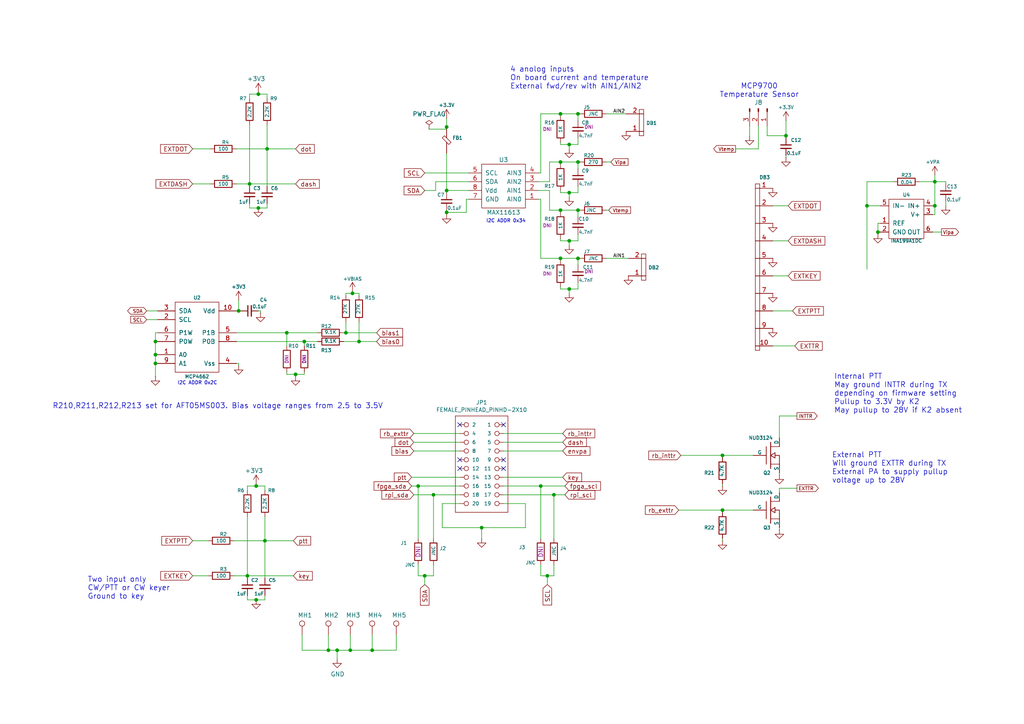
<source format=kicad_sch>
(kicad_sch (version 20250114) (generator "eeschema") (generator_version "9.0")
  (paper "A4")
  (title_block (title "Radioberry - amplifier") (date "2020-12-18") (rev "beta 1") (company "AppMind") (comment 1 "PA3GSB Johan Maas"))
  (lib_symbols
    (symbol "Connector:Conn_01x03_Pin" (pin_names (offset 1.016) (hide yes))
      (property "Reference" "J" (at 0 5.08 0))
      (property "Value" "Conn_01x03_Pin" (at 0 -5.08 0))
      (symbol "Conn_01x03_Pin_1_1"
        (pin passive line (at 5.08 2.54 180) (length 3.81) (name "Pin_1") (number "1"))
        (pin passive line (at 5.08 0 180) (length 3.81) (name "Pin_2") (number "2"))
        (pin passive line (at 5.08 -2.54 180) (length 3.81) (name "Pin_3") (number "3"))
      )
    )
    (symbol "Radioberry:PINHEAD_PINHD-2X10" (pin_numbers (hide yes)) (pin_names (offset 1.016))
      (property "Reference" "JP" (at -6.35 13.335 0))
      (property "Value" "PINHEAD_PINHD-2X10" (at -6.35 -17.78 0))
      (symbol "PINHEAD_PINHD-2X10_1_1"
        (pin passive inverted (at -5.08 10.16 0) (length 2.54) (name "1") (number "1"))
        (pin passive inverted (at -5.08 7.62 0) (length 2.54) (name "3") (number "3"))
        (pin passive inverted (at -5.08 5.08 0) (length 2.54) (name "5") (number "5"))
        (pin passive inverted (at -5.08 2.54 0) (length 2.54) (name "7") (number "7"))
        (pin passive inverted (at -5.08 0 0) (length 2.54) (name "9") (number "9"))
        (pin passive inverted (at -5.08 -2.54 0) (length 2.54) (name "11") (number "11"))
        (pin passive inverted (at -5.08 -5.08 0) (length 2.54) (name "13") (number "13"))
        (pin passive inverted (at -5.08 -7.62 0) (length 2.54) (name "15") (number "15"))
        (pin passive inverted (at -5.08 -10.16 0) (length 2.54) (name "17") (number "17"))
        (pin passive inverted (at -5.08 -12.7 0) (length 2.54) (name "19") (number "19"))
        (pin passive inverted (at 7.62 10.16 180) (length 2.54) (name "2") (number "2"))
        (pin passive inverted (at 7.62 7.62 180) (length 2.54) (name "4") (number "4"))
        (pin passive inverted (at 7.62 5.08 180) (length 2.54) (name "6") (number "6"))
        (pin passive inverted (at 7.62 2.54 180) (length 2.54) (name "8") (number "8"))
        (pin passive inverted (at 7.62 0 180) (length 2.54) (name "10") (number "10"))
        (pin passive inverted (at 7.62 -2.54 180) (length 2.54) (name "12") (number "12"))
        (pin passive inverted (at 7.62 -5.08 180) (length 2.54) (name "14") (number "14"))
        (pin passive inverted (at 7.62 -7.62 180) (length 2.54) (name "16") (number "16"))
        (pin passive inverted (at 7.62 -10.16 180) (length 2.54) (name "18") (number "18"))
        (pin passive inverted (at 7.62 -12.7 180) (length 2.54) (name "20") (number "20"))
      )
    )
    (symbol "hermeslite:+VBIAS" (power) (pin_names (offset 0))
      (property "Value" "+VBIAS" (at 0 3.556 0))
      (symbol "+VBIAS_1_1"
        (pin power_in line (at 0 0 90) (length 0) (hide yes) (name "+VBIAS") (number "1"))
      )
    )
    (symbol "hermeslite:+VPA" (power) (pin_names (offset 0))
      (property "Value" "+VPA" (at 0 3.556 0))
      (symbol "+VPA_1_1"
        (pin power_in line (at 0 0 90) (length 0) (hide yes) (name "+VPA") (number "1"))
      )
    )
    (symbol "hermeslite:C_Small" (pin_numbers (hide yes)) (pin_names (offset 0.254) (hide yes))
      (property "Reference" "C" (at 0.254 1.778 0))
      (property "Value" "C_Small" (at 0.254 -2.032 0))
      (symbol "C_Small_1_1"
        (pin passive line (at 0 2.54 270) (length 2.032) (name "~") (number "1"))
        (pin passive line (at 0 -2.54 90) (length 2.032) (name "~") (number "2"))
      )
    )
    (symbol "hermeslite:FB" (pin_numbers (hide yes)) (pin_names (offset 1.016))
      (property "Reference" "FB" (at 1.905 -1.27 0))
      (symbol "FB_1_1"
        (pin passive line (at -3.81 0 0) (length 3.1496) (name "~") (number "1"))
        (pin input line (at 3.81 0 180) (length 3.1496) (name "~") (number "2"))
      )
    )
    (symbol "hermeslite:GND" (power) (pin_names (offset 0))
      (property "Value" "GND" (at 0 -3.81 0))
      (symbol "GND_1_1"
        (pin power_in line (at 0 0 270) (length 0) (hide yes) (name "GND") (number "1"))
      )
    )
    (symbol "hermeslite:INA199x1" (pin_names (offset 1.016))
      (property "Reference" "U" (at 0 -6.35 0))
      (property "Value" "INA199x1" (at 0 -1.27 0))
      (symbol "INA199x1_1_1"
        (pin input line (at -7.62 9.525 0) (length 2.54) (name "IN+") (number "4"))
        (pin input line (at -7.62 6.985 0) (length 2.54) (name "V+") (number "3"))
        (pin input line (at -7.62 1.905 0) (length 2.54) (name "OUT") (number "6"))
        (pin input line (at 7.62 9.525 180) (length 2.54) (name "IN-") (number "5"))
        (pin input line (at 7.62 4.445 180) (length 2.54) (name "REF") (number "1"))
        (pin input line (at 7.62 1.905 180) (length 2.54) (name "GND") (number "2"))
      )
    )
    (symbol "hermeslite:IO10" (pin_names (offset 1.016))
      (property "Reference" "DB" (at -1.905 -15.24 0))
      (symbol "IO10_1_1"
        (pin input line (at 2.54 33.02 180) (length 5.08) (name "~") (number "1"))
        (pin input line (at 2.54 27.94 180) (length 5.08) (name "~") (number "2"))
        (pin input line (at 2.54 22.86 180) (length 5.08) (name "~") (number "3"))
        (pin input line (at 2.54 17.78 180) (length 5.08) (name "~") (number "4"))
        (pin input line (at 2.54 12.7 180) (length 5.08) (name "~") (number "5"))
        (pin input line (at 2.54 7.62 180) (length 5.08) (name "~") (number "6"))
        (pin input line (at 2.54 2.54 180) (length 5.08) (name "~") (number "7"))
        (pin input line (at 2.54 -2.54 180) (length 5.08) (name "~") (number "8"))
        (pin input line (at 2.54 -7.62 180) (length 5.08) (name "~") (number "9"))
        (pin input line (at 2.54 -12.7 180) (length 5.08) (name "~") (number "10"))
      )
    )
    (symbol "hermeslite:JNC" (pin_numbers (hide yes)) (pin_names (offset 0))
      (property "Reference" "J" (at 2.032 0 90))
      (property "Value" "JNC" (at 0 0 90))
      (symbol "JNC_1_1"
        (pin passive line (at 0 3.81 270) (length 1.27) (name "~") (number "2"))
        (pin passive line (at 0 -3.81 90) (length 1.27) (name "~") (number "1"))
      )
    )
    (symbol "hermeslite:MAX11613" (pin_names (offset 1.016))
      (property "Reference" "U" (at 0 -7.62 0))
      (symbol "MAX11613_1_1"
        (pin input line (at -10.16 3.81 0) (length 3.81) (name "AIN0") (number "1"))
        (pin power_in line (at -10.16 1.27 0) (length 3.81) (name "AIN1") (number "2"))
        (pin input line (at -10.16 -1.27 0) (length 3.81) (name "AIN2") (number "3"))
        (pin power_in line (at -10.16 -3.81 0) (length 3.81) (name "AIN3") (number "4"))
        (pin input line (at 10.16 3.81 180) (length 3.81) (name "GND") (number "7"))
        (pin power_out line (at 10.16 1.27 180) (length 3.81) (name "Vdd") (number "8"))
        (pin input line (at 10.16 -1.27 180) (length 3.81) (name "SDA") (number "6"))
        (pin input line (at 10.16 -3.81 180) (length 3.81) (name "SCL") (number "5"))
      )
    )
    (symbol "hermeslite:MCP4662" (pin_names (offset 1.016))
      (property "Reference" "U" (at 6.35 24.13 0))
      (property "Value" "MCP4662" (at 6.35 1.27 0))
      (symbol "MCP4662_1_1"
        (pin bidirectional line (at -5.08 20.32 0) (length 5.08) (name "SDA") (number "3"))
        (pin input line (at -5.08 17.78 0) (length 5.08) (name "SCL") (number "2"))
        (pin input line (at -5.08 13.97 0) (length 5.08) (name "P1W") (number "6"))
        (pin output line (at -5.08 11.43 0) (length 5.08) (name "P0W") (number "7"))
        (pin input line (at -5.08 7.62 0) (length 5.08) (name "A0") (number "1"))
        (pin input line (at -5.08 5.08 0) (length 5.08) (name "A1") (number "9"))
        (pin power_in line (at 17.78 20.32 180) (length 5.08) (name "Vdd") (number "10"))
        (pin input line (at 17.78 13.97 180) (length 5.08) (name "P1B") (number "5"))
        (pin input line (at 17.78 11.43 180) (length 5.08) (name "P0B") (number "8"))
        (pin power_in line (at 17.78 5.08 180) (length 5.08) (name "Vss") (number "4"))
      )
    )
    (symbol "hermeslite:MOSFET_N" (pin_numbers (hide yes)) (pin_names (offset 0))
      (property "Reference" "Q" (at 0.254 4.318 0))
      (property "Value" "MOSFET_N" (at 0.254 -3.81 0))
      (symbol "MOSFET_N_1_1"
        (pin input line (at -5.08 0 0) (length 3.81) (name "G") (number "1"))
        (pin passive line (at 2.54 5.08 270) (length 2.54) (name "D") (number "3"))
        (pin passive line (at 2.54 -5.08 90) (length 2.54) (name "S") (number "2"))
      )
    )
    (symbol "hermeslite:R" (pin_numbers (hide yes)) (pin_names (offset 0))
      (property "Reference" "R" (at 2.032 0 90))
      (property "Value" "R" (at 0 0 90))
      (symbol "R_1_1"
        (pin passive line (at 0 3.81 270) (length 1.27) (name "~") (number "1"))
        (pin passive line (at 0 -3.81 90) (length 1.27) (name "~") (number "2"))
      )
    )
    (symbol "hermeslite:RFD2b" (pin_names (offset 1.016))
      (property "Reference" "DB" (at -1.27 -5.08 0))
      (symbol "RFD2b_1_1"
        (pin input line (at 2.54 2.54 180) (length 5.08) (name "~") (number "1"))
        (pin input line (at 2.54 -2.54 180) (length 5.08) (name "~") (number "2"))
      )
    )
    (symbol "hermeslite:TEST_1P" (pin_numbers (hide yes)) (pin_names (offset 0.762) (hide yes))
      (property "Reference" "J" (at 0 6.858 0))
      (property "Value" "TEST_1P" (at 0 5.08 0))
      (symbol "TEST_1P_1_1"
        (pin passive line (at 0 0 90) (length 2.54) (name "1") (number "1"))
      )
    )
    (symbol "power:+3.3V" (power) (pin_numbers (hide yes)) (pin_names (offset 0) (hide yes))
      (property "Value" "+3.3V" (at 0 3.556 0))
      (symbol "+3.3V_1_1"
        (pin power_in line (at 0 0 90) (length 0) (name "~") (number "1"))
      )
    )
    (symbol "power:+3V3" (power) (pin_numbers (hide yes)) (pin_names (offset 0) (hide yes))
      (property "Value" "+3V3" (at 0 3.556 0))
      (symbol "+3V3_1_1"
        (pin power_in line (at 0 0 90) (length 0) (name "~") (number "1"))
      )
    )
    (symbol "power:GND" (power) (pin_numbers (hide yes)) (pin_names (offset 0) (hide yes))
      (property "Value" "GND" (at 0 -3.81 0))
      (symbol "GND_1_1"
        (pin power_in line (at 0 0 270) (length 0) (name "~") (number "1"))
      )
    )
    (symbol "power:PWR_FLAG" (power) (pin_numbers (hide yes)) (pin_names (offset 0) (hide yes))
      (property "Value" "PWR_FLAG" (at 0 3.81 0))
      (symbol "PWR_FLAG_0_0"
        (pin power_out line (at 0 0 90) (length 0) (name "~") (number "1"))
      )
    )
  )
  (text "MCP9700\nTemperature Sensor" (at 220.218 28.448 0) (effects (font (size 1.524 1.524)) (justify bottom)))
  (text "R210,R211,R212,R213 set for AFT05MS003. Bias voltage ranges from 2.5 to 3.5V\n" (at 15.24 118.745 0) (effects (font (size 1.524 1.524)) (justify left bottom)))
  (text "I2C ADDR 0x2C" (at 51.435 111.76 0) (effects (font (size 0.9906 0.9906)) (justify left bottom)))
  (text "Two input only\nCW/PTT or CW keyer\nGround to key" (at 25.4 173.99 0) (effects (font (size 1.524 1.524)) (justify left bottom)))
  (text "Internal PTT\nMay ground INTTR during TX\ndepending on firmware setting\nPullup to 3.3V by K2\nMay pullup to 28V if K2 absent" (at 241.935 120.015 0) (effects (font (size 1.524 1.524)) (justify left bottom)))
  (text "4 anolog inputs\nOn board current and temperature\nExternal fwd/rev with AIN1/AIN2" (at 147.955 26.035 0) (effects (font (size 1.524 1.524)) (justify left bottom)))
  (text "I2C ADDR 0x34" (at 140.97 64.77 0) (effects (font (size 0.9906 0.9906)) (justify left bottom)))
  (text "External PTT\nWill ground EXTTR during TX\nExternal PA to supply pullup\nvoltage up to 28V" (at 241.3 140.335 0) (effects (font (size 1.524 1.524)) (justify left bottom)))
  (junction (at 162.56 33.02))
  (junction (at 162.56 74.93))
  (junction (at 165.1 69.85))
  (junction (at 101.6 188.595))
  (junction (at 165.1 41.91))
  (junction (at 209.55 132.08))
  (junction (at 104.14 99.06))
  (junction (at 107.95 188.595))
  (junction (at 45.085 102.87))
  (junction (at 167.64 46.99))
  (junction (at 227.965 39.37))
  (junction (at 85.725 108.585))
  (junction (at 100.33 96.52))
  (junction (at 251.46 59.69))
  (junction (at 156.845 140.97))
  (junction (at 77.47 43.18))
  (junction (at 271.145 59.69))
  (junction (at 167.64 60.96))
  (junction (at 167.64 74.93))
  (junction (at 74.295 140.97))
  (junction (at 88.265 99.06))
  (junction (at 271.145 52.705))
  (junction (at 129.54 36.83))
  (junction (at 45.085 99.06))
  (junction (at 167.64 33.02))
  (junction (at 69.215 90.17))
  (junction (at 129.54 61.595))
  (junction (at 162.56 60.96))
  (junction (at 158.75 167.005))
  (junction (at 74.93 60.325))
  (junction (at 209.55 147.955))
  (junction (at 139.7 153.035))
  (junction (at 74.295 173.99))
  (junction (at 83.185 96.52))
  (junction (at 95.25 188.595))
  (junction (at 254.635 67.31))
  (junction (at 162.56 46.99))
  (junction (at 102.235 85.09))
  (junction (at 76.835 156.845))
  (junction (at 74.93 27.305))
  (junction (at 129.54 55.245))
  (junction (at 160.655 143.51))
  (junction (at 165.1 83.82))
  (junction (at 71.755 167.005))
  (junction (at 125.73 143.51))
  (junction (at 121.285 140.97))
  (junction (at 97.79 188.595))
  (junction (at 45.085 105.41))
  (junction (at 165.1 55.88))
  (junction (at 123.19 167.005))
  (junction (at 72.39 53.34))
  (no_connect (at 146.05 135.89))
  (no_connect (at 133.35 133.35))
  (no_connect (at 133.35 135.89))
  (no_connect (at 146.05 123.19))
  (no_connect (at 146.05 133.35))
  (no_connect (at 133.35 123.19))
  (wire (pts (xy 160.655 143.51) (xy 160.655 156.21)))
  (wire (pts (xy 45.72 99.06) (xy 45.085 99.06)))
  (wire (pts (xy 87.63 188.595) (xy 95.25 188.595)))
  (wire (pts (xy 74.295 140.335) (xy 74.295 140.97)))
  (wire (pts (xy 68.58 96.52) (xy 83.185 96.52)))
  (wire (pts (xy 146.05 143.51) (xy 160.655 143.51)))
  (wire (pts (xy 72.39 27.305) (xy 72.39 28.575)))
  (wire (pts (xy 95.25 184.15) (xy 95.25 188.595)))
  (wire (pts (xy 162.56 46.99) (xy 167.64 46.99)))
  (wire (pts (xy 139.7 153.035) (xy 128.27 153.035)))
  (wire (pts (xy 68.58 43.18) (xy 77.47 43.18)))
  (wire (pts (xy 152.4 153.035) (xy 139.7 153.035)))
  (wire (pts (xy 76.835 156.845) (xy 85.09 156.845)))
  (wire (pts (xy 121.285 140.97) (xy 119.38 140.97)))
  (wire (pts (xy 159.385 60.96) (xy 162.56 60.96)))
  (wire (pts (xy 67.945 156.845) (xy 76.835 156.845)))
  (wire (pts (xy 158.75 167.005) (xy 160.655 167.005)))
  (wire (pts (xy 104.14 99.06) (xy 109.22 99.06)))
  (wire (pts (xy 167.64 60.96) (xy 167.64 62.865)))
  (wire (pts (xy 162.56 69.85) (xy 165.1 69.85)))
  (wire (pts (xy 159.385 52.705) (xy 159.385 46.99)))
  (wire (pts (xy 124.46 37.465) (xy 129.54 37.465)))
  (wire (pts (xy 271.145 50.8) (xy 271.145 52.705)))
  (wire (pts (xy 72.39 36.195) (xy 72.39 53.34)))
  (wire (pts (xy 104.14 85.09) (xy 104.14 85.725)))
  (wire (pts (xy 74.295 140.97) (xy 76.835 140.97)))
  (wire (pts (xy 101.6 188.595) (xy 107.95 188.595)))
  (wire (pts (xy 156.845 140.97) (xy 156.845 156.21)))
  (wire (pts (xy 74.93 60.325) (xy 77.47 60.325)))
  (wire (pts (xy 129.54 60.96) (xy 129.54 61.595)))
  (wire (pts (xy 75.565 90.17) (xy 75.565 90.805)))
  (wire (pts (xy 156.21 55.245) (xy 159.385 55.245)))
  (wire (pts (xy 71.755 140.97) (xy 71.755 142.24)))
  (wire (pts (xy 77.47 43.18) (xy 77.47 53.975)))
  (wire (pts (xy 128.27 146.05) (xy 133.35 146.05)))
  (wire (pts (xy 146.05 140.97) (xy 156.845 140.97)))
  (wire (pts (xy 119.38 138.43) (xy 133.35 138.43)))
  (wire (pts (xy 114.935 188.595) (xy 114.935 184.15)))
  (wire (pts (xy 175.895 33.02) (xy 181.61 33.02)))
  (wire (pts (xy 45.72 102.87) (xy 45.085 102.87)))
  (wire (pts (xy 83.185 107.95) (xy 83.185 108.585)))
  (wire (pts (xy 72.39 53.34) (xy 72.39 53.975)))
  (wire (pts (xy 101.6 184.15) (xy 101.6 188.595)))
  (wire (pts (xy 162.56 33.02) (xy 167.64 33.02)))
  (wire (pts (xy 255.27 59.69) (xy 251.46 59.69)))
  (wire (pts (xy 77.47 27.305) (xy 77.47 28.575)))
  (wire (pts (xy 123.19 167.005) (xy 123.19 169.545)))
  (wire (pts (xy 72.39 59.055) (xy 72.39 60.325)))
  (wire (pts (xy 165.1 69.85) (xy 167.64 69.85)))
  (wire (pts (xy 162.56 83.82) (xy 165.1 83.82)))
  (wire (pts (xy 107.95 188.595) (xy 107.95 184.15)))
  (wire (pts (xy 146.05 125.73) (xy 163.195 125.73)))
  (wire (pts (xy 146.05 138.43) (xy 163.195 138.43)))
  (wire (pts (xy 271.145 52.705) (xy 274.32 52.705)))
  (wire (pts (xy 45.72 105.41) (xy 45.085 105.41)))
  (wire (pts (xy 167.64 33.02) (xy 168.275 33.02)))
  (wire (pts (xy 133.35 130.81) (xy 120.015 130.81)))
  (wire (pts (xy 88.265 108.585) (xy 88.265 107.95)))
  (wire (pts (xy 162.56 74.93) (xy 162.56 75.565)))
  (wire (pts (xy 160.655 167.005) (xy 160.655 163.83)))
  (wire (pts (xy 175.895 60.96) (xy 176.53 60.96)))
  (wire (pts (xy 271.145 52.705) (xy 271.145 59.69)))
  (wire (pts (xy 274.32 52.705) (xy 274.32 53.34)))
  (wire (pts (xy 125.73 167.005) (xy 125.73 163.83)))
  (wire (pts (xy 162.56 60.96) (xy 162.56 61.595)))
  (wire (pts (xy 100.33 93.345) (xy 100.33 96.52)))
  (wire (pts (xy 156.21 52.705) (xy 159.385 52.705)))
  (wire (pts (xy 45.085 96.52) (xy 45.085 99.06)))
  (wire (pts (xy 254.635 64.77) (xy 254.635 67.31)))
  (wire (pts (xy 45.085 105.41) (xy 45.085 109.22)))
  (wire (pts (xy 271.145 59.69) (xy 271.145 62.23)))
  (wire (pts (xy 224.155 59.69) (xy 228.6 59.69)))
  (wire (pts (xy 152.4 146.05) (xy 152.4 153.035)))
  (wire (pts (xy 209.55 148.59) (xy 209.55 147.955)))
  (wire (pts (xy 162.56 55.88) (xy 165.1 55.88)))
  (wire (pts (xy 251.46 52.705) (xy 251.46 59.69)))
  (wire (pts (xy 146.05 128.27) (xy 163.195 128.27)))
  (wire (pts (xy 271.145 62.23) (xy 270.51 62.23)))
  (wire (pts (xy 126.365 55.245) (xy 126.365 52.705)))
  (wire (pts (xy 156.845 50.165) (xy 156.845 33.02)))
  (wire (pts (xy 139.7 156.21) (xy 139.7 153.035)))
  (wire (pts (xy 107.95 188.595) (xy 114.935 188.595)))
  (wire (pts (xy 88.265 100.33) (xy 88.265 99.06)))
  (wire (pts (xy 129.54 55.245) (xy 129.54 55.88)))
  (wire (pts (xy 254.635 67.31) (xy 254.635 67.945)))
  (wire (pts (xy 45.72 90.17) (xy 42.545 90.17)))
  (wire (pts (xy 135.255 57.785) (xy 135.89 57.785)))
  (wire (pts (xy 162.56 69.215) (xy 162.56 69.85)))
  (wire (pts (xy 255.27 64.77) (xy 254.635 64.77)))
  (wire (pts (xy 213.36 43.18) (xy 219.964 43.18)))
  (wire (pts (xy 71.755 140.97) (xy 74.295 140.97)))
  (wire (pts (xy 222.504 36.576) (xy 222.504 39.37)))
  (wire (pts (xy 125.73 143.51) (xy 125.73 156.21)))
  (wire (pts (xy 120.015 125.73) (xy 133.35 125.73)))
  (wire (pts (xy 67.945 167.005) (xy 71.755 167.005)))
  (wire (pts (xy 156.845 140.97) (xy 163.83 140.97)))
  (wire (pts (xy 100.33 85.09) (xy 102.235 85.09)))
  (wire (pts (xy 209.55 156.21) (xy 209.55 156.845)))
  (wire (pts (xy 45.085 102.87) (xy 45.085 105.41)))
  (wire (pts (xy 74.295 173.99) (xy 76.835 173.99)))
  (wire (pts (xy 45.72 96.52) (xy 45.085 96.52)))
  (wire (pts (xy 60.325 167.005) (xy 55.88 167.005)))
  (wire (pts (xy 167.64 41.91) (xy 167.64 40.005)))
  (wire (pts (xy 123.19 50.165) (xy 135.89 50.165)))
  (wire (pts (xy 226.06 141.605) (xy 231.14 141.605)))
  (wire (pts (xy 71.755 167.005) (xy 85.09 167.005)))
  (wire (pts (xy 156.21 50.165) (xy 156.845 50.165)))
  (wire (pts (xy 224.155 100.33) (xy 230.505 100.33)))
  (wire (pts (xy 60.96 43.18) (xy 55.88 43.18)))
  (wire (pts (xy 228.6 80.01) (xy 224.155 80.01)))
  (wire (pts (xy 167.64 74.93) (xy 167.64 76.835)))
  (wire (pts (xy 162.56 41.91) (xy 165.1 41.91)))
  (wire (pts (xy 167.64 74.93) (xy 168.275 74.93)))
  (wire (pts (xy 126.365 52.705) (xy 135.89 52.705)))
  (wire (pts (xy 74.93 27.305) (xy 77.47 27.305)))
  (wire (pts (xy 85.725 108.585) (xy 88.265 108.585)))
  (wire (pts (xy 167.64 69.85) (xy 167.64 67.945)))
  (wire (pts (xy 167.64 46.99) (xy 167.64 48.895)))
  (wire (pts (xy 156.21 57.785) (xy 156.845 57.785)))
  (wire (pts (xy 226.06 142.875) (xy 226.06 141.605)))
  (wire (pts (xy 123.19 55.245) (xy 126.365 55.245)))
  (wire (pts (xy 95.25 188.595) (xy 97.79 188.595)))
  (wire (pts (xy 227.965 39.37) (xy 227.965 40.005)))
  (wire (pts (xy 270.51 67.31) (xy 273.05 67.31)))
  (wire (pts (xy 270.51 59.69) (xy 271.145 59.69)))
  (wire (pts (xy 123.19 167.005) (xy 125.73 167.005)))
  (wire (pts (xy 121.285 140.97) (xy 121.285 156.21)))
  (wire (pts (xy 162.56 41.275) (xy 162.56 41.91)))
  (wire (pts (xy 167.64 60.96) (xy 168.275 60.96)))
  (wire (pts (xy 167.64 33.02) (xy 167.64 34.925)))
  (wire (pts (xy 228.6 69.85) (xy 224.155 69.85)))
  (wire (pts (xy 77.47 43.18) (xy 85.725 43.18)))
  (wire (pts (xy 60.325 156.845) (xy 55.88 156.845)))
  (wire (pts (xy 165.1 41.91) (xy 165.1 43.18)))
  (wire (pts (xy 42.545 92.71) (xy 45.72 92.71)))
  (wire (pts (xy 167.64 83.82) (xy 167.64 81.915)))
  (wire (pts (xy 100.33 96.52) (xy 109.22 96.52)))
  (wire (pts (xy 226.06 120.65) (xy 231.14 120.65)))
  (wire (pts (xy 120.015 128.27) (xy 133.35 128.27)))
  (wire (pts (xy 129.54 34.29) (xy 129.54 36.83)))
  (wire (pts (xy 162.56 33.02) (xy 162.56 33.655)))
  (wire (pts (xy 71.755 167.005) (xy 71.755 167.64)))
  (wire (pts (xy 83.185 100.33) (xy 83.185 96.52)))
  (wire (pts (xy 76.835 149.86) (xy 76.835 156.845)))
  (wire (pts (xy 71.755 172.72) (xy 71.755 173.99)))
  (wire (pts (xy 175.895 46.99) (xy 177.165 46.99)))
  (wire (pts (xy 226.06 137.16) (xy 226.06 137.795)))
  (wire (pts (xy 69.215 90.17) (xy 69.215 86.995)))
  (wire (pts (xy 97.79 191.135) (xy 97.79 188.595)))
  (wire (pts (xy 99.695 96.52) (xy 100.33 96.52)))
  (wire (pts (xy 156.845 74.93) (xy 162.56 74.93)))
  (wire (pts (xy 68.58 99.06) (xy 88.265 99.06)))
  (wire (pts (xy 88.265 99.06) (xy 92.075 99.06)))
  (wire (pts (xy 226.06 153.035) (xy 226.06 153.67)))
  (wire (pts (xy 72.39 27.305) (xy 74.93 27.305)))
  (wire (pts (xy 146.05 146.05) (xy 152.4 146.05)))
  (wire (pts (xy 162.56 74.93) (xy 167.64 74.93)))
  (wire (pts (xy 74.93 90.17) (xy 75.565 90.17)))
  (wire (pts (xy 165.1 55.88) (xy 167.64 55.88)))
  (wire (pts (xy 156.845 57.785) (xy 156.845 74.93)))
  (wire (pts (xy 76.835 173.99) (xy 76.835 172.72)))
  (wire (pts (xy 159.385 55.245) (xy 159.385 60.96)))
  (wire (pts (xy 83.185 108.585) (xy 85.725 108.585)))
  (wire (pts (xy 69.215 105.41) (xy 69.215 106.045)))
  (wire (pts (xy 175.895 74.93) (xy 182.245 74.93)))
  (wire (pts (xy 77.47 60.325) (xy 77.47 59.055)))
  (wire (pts (xy 162.56 60.96) (xy 167.64 60.96)))
  (wire (pts (xy 165.1 55.88) (xy 165.1 57.15)))
  (wire (pts (xy 104.14 93.345) (xy 104.14 99.06)))
  (wire (pts (xy 197.485 132.08) (xy 209.55 132.08)))
  (wire (pts (xy 156.845 167.005) (xy 158.75 167.005)))
  (wire (pts (xy 102.235 84.455) (xy 102.235 85.09)))
  (wire (pts (xy 167.64 46.99) (xy 168.275 46.99)))
  (wire (pts (xy 158.75 167.005) (xy 158.75 169.545)))
  (wire (pts (xy 135.255 61.595) (xy 135.255 57.785)))
  (wire (pts (xy 45.085 99.06) (xy 45.085 102.87)))
  (wire (pts (xy 156.845 163.83) (xy 156.845 167.005)))
  (wire (pts (xy 209.55 147.955) (xy 218.44 147.955)))
  (wire (pts (xy 222.504 39.37) (xy 227.965 39.37)))
  (wire (pts (xy 121.285 167.005) (xy 123.19 167.005)))
  (wire (pts (xy 129.54 44.45) (xy 129.54 55.245)))
  (wire (pts (xy 129.54 55.245) (xy 135.89 55.245)))
  (wire (pts (xy 100.33 85.725) (xy 100.33 85.09)))
  (wire (pts (xy 165.1 41.91) (xy 167.64 41.91)))
  (wire (pts (xy 71.755 149.86) (xy 71.755 167.005)))
  (wire (pts (xy 128.27 153.035) (xy 128.27 146.05)))
  (wire (pts (xy 125.73 143.51) (xy 133.35 143.51)))
  (wire (pts (xy 251.46 59.69) (xy 251.46 78.105)))
  (wire (pts (xy 227.965 34.925) (xy 227.965 39.37)))
  (wire (pts (xy 77.47 36.195) (xy 77.47 43.18)))
  (wire (pts (xy 68.58 53.34) (xy 72.39 53.34)))
  (wire (pts (xy 129.54 36.83) (xy 129.54 37.465)))
  (wire (pts (xy 76.835 156.845) (xy 76.835 167.64)))
  (wire (pts (xy 129.54 61.595) (xy 135.255 61.595)))
  (wire (pts (xy 121.285 163.83) (xy 121.285 167.005)))
  (wire (pts (xy 160.655 143.51) (xy 163.83 143.51)))
  (wire (pts (xy 146.05 130.81) (xy 163.195 130.81)))
  (wire (pts (xy 209.55 132.08) (xy 209.55 132.715)))
  (wire (pts (xy 97.79 188.595) (xy 101.6 188.595)))
  (wire (pts (xy 133.35 140.97) (xy 121.285 140.97)))
  (wire (pts (xy 165.1 83.82) (xy 167.64 83.82)))
  (wire (pts (xy 83.185 96.52) (xy 92.075 96.52)))
  (wire (pts (xy 274.32 58.42) (xy 274.32 59.69)))
  (wire (pts (xy 165.1 83.82) (xy 165.1 85.09)))
  (wire (pts (xy 226.06 120.65) (xy 226.06 127)))
  (wire (pts (xy 68.58 105.41) (xy 69.215 105.41)))
  (wire (pts (xy 259.08 52.705) (xy 251.46 52.705)))
  (wire (pts (xy 72.39 60.325) (xy 74.93 60.325)))
  (wire (pts (xy 196.85 147.955) (xy 209.55 147.955)))
  (wire (pts (xy 129.54 61.595) (xy 129.54 62.23)))
  (wire (pts (xy 71.755 173.99) (xy 74.295 173.99)))
  (wire (pts (xy 255.27 67.31) (xy 254.635 67.31)))
  (wire (pts (xy 60.96 53.34) (xy 55.88 53.34)))
  (wire (pts (xy 99.695 99.06) (xy 104.14 99.06)))
  (wire (pts (xy 68.58 90.17) (xy 69.215 90.17)))
  (wire (pts (xy 156.845 33.02) (xy 162.56 33.02)))
  (wire (pts (xy 209.55 132.08) (xy 218.44 132.08)))
  (wire (pts (xy 217.424 36.576) (xy 217.424 39.497)))
  (wire (pts (xy 159.385 46.99) (xy 162.56 46.99)))
  (wire (pts (xy 162.56 55.245) (xy 162.56 55.88)))
  (wire (pts (xy 219.964 36.576) (xy 219.964 43.18)))
  (wire (pts (xy 76.835 140.97) (xy 76.835 142.24)))
  (wire (pts (xy 167.64 55.88) (xy 167.64 53.975)))
  (wire (pts (xy 120.015 143.51) (xy 125.73 143.51)))
  (wire (pts (xy 162.56 83.185) (xy 162.56 83.82)))
  (wire (pts (xy 74.93 26.67) (xy 74.93 27.305)))
  (wire (pts (xy 87.63 184.15) (xy 87.63 188.595)))
  (wire (pts (xy 227.965 45.085) (xy 227.965 45.72)))
  (wire (pts (xy 69.215 90.17) (xy 69.85 90.17)))
  (wire (pts (xy 162.56 46.99) (xy 162.56 47.625)))
  (wire (pts (xy 72.39 53.34) (xy 85.725 53.34)))
  (wire (pts (xy 102.235 85.09) (xy 104.14 85.09)))
  (wire (pts (xy 224.155 90.17) (xy 229.87 90.17)))
  (wire (pts (xy 209.55 140.335) (xy 209.55 140.97)))
  (wire (pts (xy 85.725 109.22) (xy 85.725 108.585)))
  (wire (pts (xy 266.7 52.705) (xy 271.145 52.705)))
  (wire (pts (xy 165.1 69.85) (xy 165.1 71.12)))
  (label "AIN1" (at 177.8 74.93 0) (effects (font (size 0.9906 0.9906))))
  (label "AIN2" (at 177.8 33.02 0) (effects (font (size 0.9906 0.9906))))
  (global_label "fpga_scl" (shape input) (at 163.83 140.97 0) (property "Intersheetrefs" "${INTERSHEET_REFS}" (effects (hide yes))))
  (global_label "bias0" (shape input) (at 109.22 99.06 0) (property "Intersheetrefs" "${INTERSHEET_REFS}" (effects (hide yes))))
  (global_label "EXTDASH" (shape input) (at 228.6 69.85 0) (property "Intersheetrefs" "${INTERSHEET_REFS}" (effects (hide yes))))
  (global_label "rb_inttr" (shape input) (at 197.485 132.08 180) (property "Intersheetrefs" "${INTERSHEET_REFS}" (effects (hide yes))))
  (global_label "EXTTR" (shape input) (at 230.505 100.33 0) (property "Intersheetrefs" "${INTERSHEET_REFS}" (effects (hide yes))))
  (global_label "SCL" (shape input) (at 158.75 169.545 270) (property "Intersheetrefs" "${INTERSHEET_REFS}" (effects (hide yes))))
  (global_label "dash" (shape input) (at 85.725 53.34 0) (property "Intersheetrefs" "${INTERSHEET_REFS}" (effects (hide yes))))
  (global_label "EXTKEY" (shape input) (at 55.88 167.005 180) (property "Intersheetrefs" "${INTERSHEET_REFS}" (effects (hide yes))))
  (global_label "ptt" (shape input) (at 119.38 138.43 180) (property "Intersheetrefs" "${INTERSHEET_REFS}" (effects (hide yes))))
  (global_label "fpga_sda" (shape input) (at 119.38 140.97 180) (property "Intersheetrefs" "${INTERSHEET_REFS}" (effects (hide yes))))
  (global_label "key" (shape input) (at 85.09 167.005 0) (property "Intersheetrefs" "${INTERSHEET_REFS}" (effects (hide yes))))
  (global_label "INTTR" (shape output) (at 231.14 120.65 0) (effects (font (size 0.9906 0.9906))) (property "Intersheetrefs" "${INTERSHEET_REFS}" (effects (hide yes))))
  (global_label "SCL" (shape input) (at 42.545 92.71 180) (effects (font (size 0.9906 0.9906))) (property "Intersheetrefs" "${INTERSHEET_REFS}" (effects (hide yes))))
  (global_label "ptt" (shape input) (at 85.09 156.845 0) (property "Intersheetrefs" "${INTERSHEET_REFS}" (effects (hide yes))))
  (global_label "dash" (shape input) (at 163.195 128.27 0) (property "Intersheetrefs" "${INTERSHEET_REFS}" (effects (hide yes))))
  (global_label "SDA" (shape bidirectional) (at 42.545 90.17 180) (effects (font (size 0.9906 0.9906))) (property "Intersheetrefs" "${INTERSHEET_REFS}" (effects (hide yes))))
  (global_label "Vipa" (shape input) (at 177.165 46.99 0) (effects (font (size 0.9906 0.9906))) (property "Intersheetrefs" "${INTERSHEET_REFS}" (effects (hide yes))))
  (global_label "rb_inttr" (shape input) (at 163.195 125.73 0) (property "Intersheetrefs" "${INTERSHEET_REFS}" (effects (hide yes))))
  (global_label "Vtemp" (shape input) (at 176.53 60.96 0) (effects (font (size 0.9906 0.9906))) (property "Intersheetrefs" "${INTERSHEET_REFS}" (effects (hide yes))))
  (global_label "envpa" (shape input) (at 163.195 130.81 0) (property "Intersheetrefs" "${INTERSHEET_REFS}" (effects (hide yes))))
  (global_label "bias" (shape input) (at 120.015 130.81 180) (property "Intersheetrefs" "${INTERSHEET_REFS}" (effects (hide yes))))
  (global_label "SCL" (shape input) (at 123.19 50.165 180) (property "Intersheetrefs" "${INTERSHEET_REFS}" (effects (hide yes))))
  (global_label "rb_exttr" (shape input) (at 120.015 125.73 180) (property "Intersheetrefs" "${INTERSHEET_REFS}" (effects (hide yes))))
  (global_label "rb_exttr" (shape input) (at 196.85 147.955 180) (property "Intersheetrefs" "${INTERSHEET_REFS}" (effects (hide yes))))
  (global_label "dot" (shape input) (at 120.015 128.27 180) (property "Intersheetrefs" "${INTERSHEET_REFS}" (effects (hide yes))))
  (global_label "rpi_scl" (shape input) (at 163.83 143.51 0) (property "Intersheetrefs" "${INTERSHEET_REFS}" (effects (hide yes))))
  (global_label "EXTTR" (shape output) (at 231.14 141.605 0) (effects (font (size 0.9906 0.9906))) (property "Intersheetrefs" "${INTERSHEET_REFS}" (effects (hide yes))))
  (global_label "SDA" (shape input) (at 123.19 169.545 270) (property "Intersheetrefs" "${INTERSHEET_REFS}" (effects (hide yes))))
  (global_label "EXTPTT" (shape input) (at 229.87 90.17 0) (property "Intersheetrefs" "${INTERSHEET_REFS}" (effects (hide yes))))
  (global_label "dot" (shape input) (at 85.725 43.18 0) (property "Intersheetrefs" "${INTERSHEET_REFS}" (effects (hide yes))))
  (global_label "EXTDASH" (shape input) (at 55.88 53.34 180) (property "Intersheetrefs" "${INTERSHEET_REFS}" (effects (hide yes))))
  (global_label "key" (shape input) (at 163.195 138.43 0) (property "Intersheetrefs" "${INTERSHEET_REFS}" (effects (hide yes))))
  (global_label "EXTDOT" (shape input) (at 228.6 59.69 0) (property "Intersheetrefs" "${INTERSHEET_REFS}" (effects (hide yes))))
  (global_label "Vtemp" (shape output) (at 213.36 43.18 180) (effects (font (size 0.9906 0.9906))) (property "Intersheetrefs" "${INTERSHEET_REFS}" (effects (hide yes))))
  (global_label "EXTKEY" (shape input) (at 228.6 80.01 0) (property "Intersheetrefs" "${INTERSHEET_REFS}" (effects (hide yes))))
  (global_label "EXTDOT" (shape input) (at 55.88 43.18 180) (property "Intersheetrefs" "${INTERSHEET_REFS}" (effects (hide yes))))
  (global_label "Vipa" (shape output) (at 273.05 67.31 0) (effects (font (size 0.9906 0.9906))) (property "Intersheetrefs" "${INTERSHEET_REFS}" (effects (hide yes))))
  (global_label "SDA" (shape input) (at 123.19 55.245 180) (property "Intersheetrefs" "${INTERSHEET_REFS}" (effects (hide yes))))
  (global_label "bias1" (shape input) (at 109.22 96.52 0) (property "Intersheetrefs" "${INTERSHEET_REFS}" (effects (hide yes))))
  (global_label "EXTPTT" (shape input) (at 55.88 156.845 180) (property "Intersheetrefs" "${INTERSHEET_REFS}" (effects (hide yes))))
  (global_label "rpi_sda" (shape input) (at 120.015 143.51 180) (property "Intersheetrefs" "${INTERSHEET_REFS}" (effects (hide yes))))
  (symbol (lib_id "hermeslite:TEST_1P") (at 87.63 184.15 0) (unit 1)
    (property "Reference" "MH1" (at 86.36 178.435 0) (effects (justify left)))
    (property "Value" "DNI" (effects (hide yes)))
    (property "Footprint" "HERMESLITE:m3" (effects (hide yes)))
    (property "Option" "DNI" (effects (hide yes)))
    (property "Key" "NOBOM" (effects (hide yes)))
  )
  (symbol (lib_id "hermeslite:TEST_1P") (at 95.25 184.15 0) (unit 1)
    (property "Reference" "MH2" (at 93.98 178.435 0) (effects (justify left)))
    (property "Value" "DNI" (effects (hide yes)))
    (property "Footprint" "HERMESLITE:m3" (effects (hide yes)))
    (property "Option " "DNI" (effects (hide yes)))
    (property "Key" "NOBOM" (effects (hide yes)))
  )
  (symbol (lib_id "hermeslite:TEST_1P") (at 101.6 184.15 0) (unit 1)
    (property "Reference" "MH3" (at 100.33 178.435 0) (effects (justify left)))
    (property "Value" "DNI" (effects (hide yes)))
    (property "Footprint" "HERMESLITE:m3" (effects (hide yes)))
    (property "Option " "DNI" (effects (hide yes)))
    (property "Key" "NOBOM" (effects (hide yes)))
  )
  (symbol (lib_id "hermeslite:TEST_1P") (at 107.95 184.15 0) (unit 1)
    (property "Reference" "MH4" (at 106.68 178.435 0) (effects (justify left)))
    (property "Value" "DNI" (effects (hide yes)))
    (property "Footprint" "HERMESLITE:m3" (effects (hide yes)))
    (property "Option" "DNI" (effects (hide yes)))
    (property "Key" "NOBOM" (effects (hide yes)))
  )
  (symbol (lib_id "hermeslite:GND") (at 97.79 191.135 0) (unit 1)
    (property "Reference" "#PWR0114" (effects (hide yes)))
    (property "Value" "GND" (at 97.917 195.5292 0))
  )
  (symbol (lib_id "hermeslite:TEST_1P") (at 114.935 184.15 0) (unit 1)
    (property "Reference" "MH5" (at 113.665 178.435 0) (effects (justify left)))
    (property "Value" "DNI" (effects (hide yes)))
    (property "Footprint" "HERMESLITE:m3" (effects (hide yes)))
    (property "Option" "DNI" (effects (hide yes)))
    (property "Key" "NOBOM" (effects (hide yes)))
  )
  (symbol (lib_id "hermeslite:C_Small") (at 167.64 37.465 0) (mirror y) (unit 1)
    (property "Reference" "C8" (at 170.815 35.56 0) (effects (font (size 0.9906 0.9906)) (justify left)))
    (property "Value" "4.7nF" (at 172.085 39.37 0) (effects (font (size 0.9906 0.9906)) (justify left)))
    (property "Footprint" "HERMESLITE:SMD-0603" (effects (hide yes)))
    (property "Option" "DNI" (at 170.815 36.83 0) (effects (font (size 0.9906 0.9906))))
  )
  (symbol (lib_id "hermeslite:JNC") (at 172.085 33.02 270) (unit 1)
    (property "Reference" "J5" (at 170.18 31.115 90) (effects (font (size 0.9906 0.9906))))
    (property "Value" "JNC" (at 172.085 33.02 90) (effects (font (size 0.9906 0.9906))))
    (property "Footprint" "HERMESLITE:SMD-0603" (effects (hide yes)))
  )
  (symbol (lib_id "hermeslite:R") (at 88.265 104.14 180) (unit 1)
    (property "Reference" "R11" (at 90.17 100.33 0) (effects (font (size 0.9906 0.9906))))
    (property "Value" "10K" (effects (hide yes)))
    (property "Footprint" "HERMESLITE:SMD-0603" (effects (hide yes)))
    (property "Option" "DNI" (at 88.265 104.14 90) (effects (font (size 0.9906 0.9906))))
  )
  (symbol (lib_id "hermeslite:C_Small") (at 77.47 56.515 0) (mirror y) (unit 1)
    (property "Reference" "C6" (at 80.645 54.61 0) (effects (font (size 0.9906 0.9906)) (justify left)))
    (property "Value" "1uF" (at 77.216 58.547 0) (effects (font (size 0.9906 0.9906)) (justify left)))
    (property "Footprint" "HERMESLITE:SMD-0603" (effects (hide yes)))
  )
  (symbol (lib_id "hermeslite:JNC") (at 172.085 60.96 270) (unit 1)
    (property "Reference" "J6" (at 170.18 59.055 90) (effects (font (size 0.9906 0.9906))))
    (property "Value" "JNC" (at 171.45 60.96 90) (effects (font (size 0.9906 0.9906))))
    (property "Footprint" "HERMESLITE:SMD-0603" (effects (hide yes)))
  )
  (symbol (lib_id "hermeslite:JNC") (at 160.655 160.02 0) (unit 1)
    (property "Reference" "J4" (at 162.433 159.0548 0) (effects (font (size 0.9906 0.9906)) (justify left)))
    (property "Value" "JNC" (at 160.655 161.29 90) (effects (font (size 0.9906 0.9906)) (justify left)))
    (property "Footprint" "HERMESLITE:SMD-0603" (effects (hide yes)))
  )
  (symbol (lib_id "hermeslite:R") (at 162.56 37.465 0) (mirror x) (unit 1)
    (property "Reference" "R16" (at 159.385 35.56 0) (effects (font (size 0.9906 0.9906))))
    (property "Value" "1K" (at 162.56 37.465 90) (effects (font (size 0.9906 0.9906))))
    (property "Footprint" "HERMESLITE:SMD-0603" (effects (hide yes)))
    (property "Option" "DNI" (at 158.75 37.465 0) (effects (font (size 0.9906 0.9906))))
  )
  (symbol (lib_id "hermeslite:R") (at 162.56 51.435 0) (mirror x) (unit 1)
    (property "Reference" "R17" (at 159.385 53.975 0) (effects (font (size 0.9906 0.9906))))
    (property "Value" "1K" (at 162.56 51.435 90) (effects (font (size 0.9906 0.9906))))
    (property "Footprint" "HERMESLITE:SMD-0603" (effects (hide yes)))
  )
  (symbol (lib_id "hermeslite:R") (at 64.77 53.34 270) (mirror x) (unit 1)
    (property "Reference" "R5" (at 65.405 51.435 90) (effects (font (size 0.9906 0.9906))))
    (property "Value" "100" (at 64.77 53.34 90) (effects (font (size 0.9906 0.9906))))
    (property "Footprint" "HERMESLITE:SMD-0603" (effects (hide yes)))
  )
  (symbol (lib_id "power:GND") (at 224.155 95.25 0) (mirror y) (unit 1)
    (property "Reference" "#PWR030" (effects (hide yes)))
    (property "Value" "GND" (effects (hide yes)))
  )
  (symbol (lib_id "hermeslite:+VBIAS") (at 102.235 84.455 0) (unit 1)
    (property "Reference" "#PWR013" (effects (hide yes)))
    (property "Value" "+VBIAS" (at 102.235 80.899 0) (effects (font (size 0.9906 0.9906))))
  )
  (symbol (lib_id "power:GND") (at 165.1 85.09 0) (mirror y) (unit 1)
    (property "Reference" "#PWR020" (effects (hide yes)))
    (property "Value" "GND" (effects (hide yes)))
  )
  (symbol (lib_id "Radioberry:PINHEAD_PINHD-2X10") (at 140.97 133.35 0) (mirror y) (unit 1)
    (property "Reference" "JP1" (at 139.7 116.7384 0) (effects (font (size 1.143 1.143))))
    (property "Value" "FEMALE_PINHEAD_PINHD-2X10" (at 139.7 118.872 0) (effects (font (size 1.143 1.143))))
    (property "Footprint" "RB:PINHEAD_2X10" (effects (hide yes)))
  )
  (symbol (lib_id "hermeslite:C_Small") (at 167.64 65.405 0) (mirror y) (unit 1)
    (property "Reference" "C10" (at 170.815 63.5 0) (effects (font (size 0.9906 0.9906)) (justify left)))
    (property "Value" "4.7nF" (at 172.085 67.31 0) (effects (font (size 0.9906 0.9906)) (justify left)))
    (property "Footprint" "HERMESLITE:SMD-0603" (effects (hide yes)))
  )
  (symbol (lib_id "power:GND") (at 74.295 173.99 0) (mirror y) (unit 1)
    (property "Reference" "#PWR08" (effects (hide yes)))
    (property "Value" "GND" (effects (hide yes)))
  )
  (symbol (lib_id "hermeslite:RFD2b") (at 184.15 35.56 180) (unit 1)
    (property "Reference" "DB1" (at 187.4266 35.687 0) (effects (font (size 0.9906 0.9906)) (justify right)))
    (property "Value" "RFD2b" (effects (hide yes)))
    (property "Footprint" "HERMESLITE:2x1" (effects (hide yes)))
    (property "Option" "DNI" (effects (hide yes)))
  )
  (symbol (lib_id "hermeslite:INA199x1") (at 262.89 69.215 0) (mirror y) (unit 1)
    (property "Reference" "U4" (at 262.89 56.515 0) (effects (font (size 0.9906 0.9906))))
    (property "Value" "INA199A1DC" (at 262.89 69.85 0) (effects (font (size 0.9906 0.9906))))
    (property "Footprint" "HERMESLITE:PE4259" (effects (hide yes)))
  )
  (symbol (lib_id "power:GND") (at 209.55 156.845 0) (unit 1)
    (property "Reference" "#PWR024" (effects (hide yes)))
    (property "Value" "GND" (effects (hide yes)))
  )
  (symbol (lib_id "hermeslite:C_Small") (at 129.54 58.42 0) (mirror y) (unit 1)
    (property "Reference" "C7" (at 128.905 56.515 0) (effects (font (size 0.9906 0.9906)) (justify left)))
    (property "Value" "0.1uF" (at 133.985 60.325 0) (effects (font (size 0.9906 0.9906)) (justify left)))
    (property "Footprint" "HERMESLITE:SMD-0603" (effects (hide yes)))
  )
  (symbol (lib_id "hermeslite:R") (at 162.56 65.405 0) (mirror x) (unit 1)
    (property "Reference" "R18" (at 159.385 63.5 0) (effects (font (size 0.9906 0.9906))))
    (property "Value" "1K" (at 162.56 65.405 90) (effects (font (size 0.9906 0.9906))))
    (property "Footprint" "HERMESLITE:SMD-0603" (effects (hide yes)))
    (property "Option" "DNI" (at 158.75 65.405 0) (effects (font (size 0.9906 0.9906))))
  )
  (symbol (lib_id "hermeslite:R") (at 77.47 32.385 0) (mirror x) (unit 1)
    (property "Reference" "R9" (at 79.375 28.575 0) (effects (font (size 0.9906 0.9906))))
    (property "Value" "2.2K" (at 77.47 32.385 90) (effects (font (size 0.9906 0.9906))))
    (property "Footprint" "HERMESLITE:SMD-0603" (effects (hide yes)))
  )
  (symbol (lib_id "hermeslite:R") (at 83.185 104.14 180) (unit 1)
    (property "Reference" "R10" (at 85.09 100.33 0) (effects (font (size 0.9906 0.9906))))
    (property "Value" "10K" (effects (hide yes)))
    (property "Footprint" "HERMESLITE:SMD-0603" (effects (hide yes)))
    (property "Option" "DNI" (at 83.185 104.14 90) (effects (font (size 0.9906 0.9906))))
  )
  (symbol (lib_id "hermeslite:JNC") (at 125.73 160.02 0) (unit 1)
    (property "Reference" "J2" (at 127.508 159.0548 0) (effects (font (size 0.9906 0.9906)) (justify left)))
    (property "Value" "JNC" (at 125.73 161.29 90) (effects (font (size 0.9906 0.9906)) (justify left)))
    (property "Footprint" "HERMESLITE:SMD-0603" (effects (hide yes)))
  )
  (symbol (lib_id "hermeslite:R") (at 95.885 96.52 90) (unit 1)
    (property "Reference" "R12" (at 94.615 94.615 90) (effects (font (size 0.9906 0.9906))))
    (property "Value" "9.1K" (at 95.8596 96.3422 90) (effects (font (size 0.9906 0.9906))))
    (property "Footprint" "HERMESLITE:SMD-0603" (effects (hide yes)))
  )
  (symbol (lib_id "power:GND") (at 165.1 71.12 0) (mirror y) (unit 1)
    (property "Reference" "#PWR019" (effects (hide yes)))
    (property "Value" "GND" (effects (hide yes)))
  )
  (symbol (lib_id "hermeslite:MOSFET_N") (at 223.52 132.08 0) (unit 1)
    (property "Reference" "Q2" (at 223.52 137.16 0) (effects (font (size 0.9906 0.9906)) (justify right)))
    (property "Value" "NUD3124" (at 224.155 127 0) (effects (font (size 0.9906 0.9906)) (justify right)))
    (property "Footprint" "HERMESLITE:SOT23_3" (effects (hide yes)))
  )
  (symbol (lib_id "power:GND") (at 85.725 109.22 0) (unit 1)
    (property "Reference" "#PWR012" (effects (hide yes)))
    (property "Value" "GND" (effects (hide yes)))
  )
  (symbol (lib_id "hermeslite:C_Small") (at 76.835 170.18 0) (mirror y) (unit 1)
    (property "Reference" "C5" (at 80.01 168.275 0) (effects (font (size 0.9906 0.9906)) (justify left)))
    (property "Value" "1uF" (at 76.581 172.212 0) (effects (font (size 0.9906 0.9906)) (justify left)))
    (property "Footprint" "HERMESLITE:SMD-0603" (effects (hide yes)))
  )
  (symbol (lib_id "hermeslite:R") (at 64.135 167.005 270) (mirror x) (unit 1)
    (property "Reference" "R3" (at 64.77 165.1 90) (effects (font (size 0.9906 0.9906))))
    (property "Value" "100" (at 64.135 167.005 90) (effects (font (size 0.9906 0.9906))))
    (property "Footprint" "HERMESLITE:SMD-0603" (effects (hide yes)))
  )
  (symbol (lib_id "hermeslite:R") (at 172.085 46.99 90) (mirror x) (unit 1)
    (property "Reference" "R20" (at 170.815 45.085 90) (effects (font (size 0.9906 0.9906))))
    (property "Value" "270" (at 172.085 46.99 90) (effects (font (size 0.9906 0.9906))))
    (property "Footprint" "HERMESLITE:SMD-0603" (effects (hide yes)))
  )
  (symbol (lib_id "power:GND") (at 165.1 57.15 0) (mirror y) (unit 1)
    (property "Reference" "#PWR018" (effects (hide yes)))
    (property "Value" "GND" (effects (hide yes)))
  )
  (symbol (lib_id "Connector:Conn_01x03_Pin") (at 219.964 31.496 270) (unit 1)
    (property "Reference" "J8" (at 219.964 29.718 90))
    (property "Value" "Temp.Fühler MCP9700" (effects (hide yes)))
    (property "Footprint" "Connector_PinHeader_2.54mm:PinHeader_1x03_P2.54mm_Vertical" (effects (hide yes)))
    (property "Description" "Generic connector, single row, 01x03, script generated" (effects (hide yes)))
  )
  (symbol (lib_id "hermeslite:R") (at 104.14 89.535 180) (unit 1)
    (property "Reference" "R15" (at 107.315 86.36 0) (effects (font (size 0.9906 0.9906))))
    (property "Value" "27K" (at 103.9622 89.5604 90) (effects (font (size 0.9906 0.9906))))
    (property "Footprint" "HERMESLITE:SMD-0603" (effects (hide yes)))
  )
  (symbol (lib_id "hermeslite:C_Small") (at 227.965 42.545 0) (mirror y) (unit 1)
    (property "Reference" "C12" (at 232.41 40.64 0) (effects (font (size 0.9906 0.9906)) (justify left)))
    (property "Value" "0.1uF" (at 232.41 44.45 0) (effects (font (size 0.9906 0.9906)) (justify left)))
    (property "Footprint" "HERMESLITE:SMD-0603" (effects (hide yes)))
  )
  (symbol (lib_id "hermeslite:FB") (at 129.54 40.64 270) (unit 1)
    (property "Reference" "FB1" (at 132.715 40.005 90) (effects (font (size 0.9906 0.9906))))
    (property "Value" "FB" (effects (hide yes)))
    (property "Footprint" "HERMESLITE:SMD-0603" (effects (hide yes)))
  )
  (symbol (lib_id "hermeslite:R") (at 95.885 99.06 90) (unit 1)
    (property "Reference" "R13" (at 94.615 101.6 90) (effects (font (size 0.9906 0.9906))))
    (property "Value" "9.1K" (at 95.8596 98.8822 90) (effects (font (size 0.9906 0.9906))))
    (property "Footprint" "HERMESLITE:SMD-0603" (effects (hide yes)))
  )
  (symbol (lib_id "power:GND") (at 224.155 85.09 0) (mirror y) (unit 1)
    (property "Reference" "#PWR029" (effects (hide yes)))
    (property "Value" "GND" (effects (hide yes)))
  )
  (symbol (lib_id "power:GND") (at 224.155 64.77 0) (mirror y) (unit 1)
    (property "Reference" "#PWR027" (effects (hide yes)))
    (property "Value" "GND" (effects (hide yes)))
  )
  (symbol (lib_id "power:+3.3V") (at 227.965 34.925 0) (mirror y) (unit 1)
    (property "Reference" "#PWR033" (effects (hide yes)))
    (property "Value" "+3.3V" (at 227.965 31.115 0) (effects (font (size 0.9906 0.9906))))
  )
  (symbol (lib_id "power:GND") (at 74.93 60.325 0) (mirror y) (unit 1)
    (property "Reference" "#PWR010" (effects (hide yes)))
    (property "Value" "GND" (effects (hide yes)))
  )
  (symbol (lib_id "power:+3V3") (at 69.215 86.995 0) (unit 1)
    (property "Reference" "#PWR05" (effects (hide yes)))
    (property "Value" "+3V3" (at 69.215 83.185 0) (effects (font (size 0.9906 0.9906))))
  )
  (symbol (lib_id "hermeslite:IO10") (at 221.615 87.63 0) (unit 1)
    (property "Reference" "DB3" (at 221.7928 51.435 0) (effects (font (size 0.9906 0.9906))))
    (property "Value" "IO10" (effects (hide yes)))
    (property "Footprint" "HERMESLITE:5x2" (effects (hide yes)))
  )
  (symbol (lib_id "hermeslite:R") (at 262.89 52.705 270) (unit 1)
    (property "Reference" "R23" (at 262.89 50.8 90) (effects (font (size 0.9906 0.9906))))
    (property "Value" "0.04" (at 262.9154 52.8828 90) (effects (font (size 0.9906 0.9906))))
    (property "Footprint" "HERMESLITE:SMD-1206" (effects (hide yes)))
  )
  (symbol (lib_id "hermeslite:R") (at 209.55 136.525 180) (unit 1)
    (property "Reference" "R21" (at 205.74 137.16 0) (effects (font (size 0.9906 0.9906))))
    (property "Value" "4.7K" (at 209.3722 136.5504 90) (effects (font (size 0.9906 0.9906))))
    (property "Footprint" "HERMESLITE:SMD-0603" (effects (hide yes)))
  )
  (symbol (lib_id "power:GND") (at 217.424 39.497 0) (mirror y) (unit 1)
    (property "Reference" "#PWR025" (effects (hide yes)))
    (property "Value" "GND" (effects (hide yes)))
  )
  (symbol (lib_id "hermeslite:R") (at 100.33 89.535 180) (unit 1)
    (property "Reference" "R14" (at 97.155 86.36 0) (effects (font (size 0.9906 0.9906))))
    (property "Value" "27K" (at 100.1522 89.5604 90) (effects (font (size 0.9906 0.9906))))
    (property "Footprint" "HERMESLITE:SMD-0603" (effects (hide yes)))
  )
  (symbol (lib_id "hermeslite:C_Small") (at 167.64 51.435 0) (mirror y) (unit 1)
    (property "Reference" "C9" (at 170.815 49.53 0) (effects (font (size 0.9906 0.9906)) (justify left)))
    (property "Value" "4.7nF" (at 172.085 53.34 0) (effects (font (size 0.9906 0.9906)) (justify left)))
    (property "Footprint" "HERMESLITE:SMD-0603" (effects (hide yes)))
  )
  (symbol (lib_id "hermeslite:+VPA") (at 271.145 50.8 0) (unit 1)
    (property "Reference" "#PWR036" (effects (hide yes)))
    (property "Value" "+VPA" (at 270.51 46.99 0) (effects (font (size 0.9906 0.9906))))
  )
  (symbol (lib_id "hermeslite:R") (at 162.56 79.375 0) (mirror x) (unit 1)
    (property "Reference" "R19" (at 159.385 77.47 0) (effects (font (size 0.9906 0.9906))))
    (property "Value" "1K" (at 162.56 79.375 90) (effects (font (size 0.9906 0.9906))))
    (property "Footprint" "HERMESLITE:SMD-0603" (effects (hide yes)))
    (property "Option" "DNI" (at 158.75 79.375 0) (effects (font (size 0.9906 0.9906))))
  )
  (symbol (lib_id "hermeslite:R") (at 64.135 156.845 270) (mirror x) (unit 1)
    (property "Reference" "R2" (at 64.77 154.94 90) (effects (font (size 0.9906 0.9906))))
    (property "Value" "100" (at 64.135 156.845 90) (effects (font (size 0.9906 0.9906))))
    (property "Footprint" "HERMESLITE:SMD-0603" (effects (hide yes)))
  )
  (symbol (lib_id "hermeslite:MOSFET_N") (at 223.52 147.955 0) (unit 1)
    (property "Reference" "Q3" (at 223.52 153.035 0) (effects (font (size 0.9906 0.9906)) (justify right)))
    (property "Value" "NUD3124" (at 224.155 142.875 0) (effects (font (size 0.9906 0.9906)) (justify right)))
    (property "Footprint" "HERMESLITE:SOT23_3" (effects (hide yes)))
  )
  (symbol (lib_id "hermeslite:C_Small") (at 71.755 170.18 0) (mirror y) (unit 1)
    (property "Reference" "C2" (at 74.93 168.275 0) (effects (font (size 0.9906 0.9906)) (justify left)))
    (property "Value" "1uF" (at 71.501 172.212 0) (effects (font (size 0.9906 0.9906)) (justify left)))
    (property "Footprint" "HERMESLITE:SMD-0603" (effects (hide yes)))
  )
  (symbol (lib_id "power:GND") (at 165.1 43.18 0) (mirror y) (unit 1)
    (property "Reference" "#PWR017" (effects (hide yes)))
    (property "Value" "GND" (effects (hide yes)))
  )
  (symbol (lib_id "hermeslite:R") (at 71.755 146.05 0) (mirror x) (unit 1)
    (property "Reference" "R6" (at 69.85 142.24 0) (effects (font (size 0.9906 0.9906))))
    (property "Value" "2.2K" (at 71.755 146.05 90) (effects (font (size 0.9906 0.9906))))
    (property "Footprint" "HERMESLITE:SMD-0603" (effects (hide yes)))
  )
  (symbol (lib_id "hermeslite:MAX11613") (at 146.05 53.975 180) (unit 1)
    (property "Reference" "U3" (at 146.05 46.355 0))
    (property "Value" "MAX11613" (at 146.05 61.595 0) (effects (font (size 1.2446 1.2446))))
    (property "Footprint" "HERMESLITE:MAX11613" (effects (hide yes)))
    (property "Datasheet" "DOCUMENTATION" (effects (hide yes)))
  )
  (symbol (lib_id "power:GND") (at 45.085 109.22 0) (unit 1)
    (property "Reference" "#PWR04" (effects (hide yes)))
    (property "Value" "GND" (effects (hide yes)))
  )
  (symbol (lib_id "hermeslite:C_Small") (at 167.64 79.375 0) (mirror y) (unit 1)
    (property "Reference" "C11" (at 172.085 77.47 0) (effects (font (size 0.9906 0.9906)) (justify left)))
    (property "Value" "4.7nF" (at 172.085 81.28 0) (effects (font (size 0.9906 0.9906)) (justify left)))
    (property "Footprint" "HERMESLITE:SMD-0603" (effects (hide yes)))
    (property "Option" "DNI" (at 170.815 78.74 0) (effects (font (size 0.9906 0.9906))))
  )
  (symbol (lib_id "hermeslite:R") (at 76.835 146.05 0) (mirror x) (unit 1)
    (property "Reference" "R8" (at 78.74 142.24 0) (effects (font (size 0.9906 0.9906))))
    (property "Value" "2.2K" (at 76.835 146.05 90) (effects (font (size 0.9906 0.9906))))
    (property "Footprint" "HERMESLITE:SMD-0603" (effects (hide yes)))
  )
  (symbol (lib_id "power:GND") (at 227.965 45.72 0) (mirror y) (unit 1)
    (property "Reference" "#PWR034" (effects (hide yes)))
    (property "Value" "GND" (effects (hide yes)))
  )
  (symbol (lib_id "power:GND") (at 75.565 90.805 0) (unit 1)
    (property "Reference" "#PWR011" (effects (hide yes)))
    (property "Value" "GND" (effects (hide yes)))
  )
  (symbol (lib_id "power:PWR_FLAG") (at 124.46 37.465 0) (unit 1)
    (property "Reference" "#FLG01" (effects (hide yes)))
    (property "Value" "PWR_FLAG" (at 124.46 33.0708 0))
  )
  (symbol (lib_id "power:+3.3V") (at 129.54 34.29 0) (mirror y) (unit 1)
    (property "Reference" "#PWR014" (effects (hide yes)))
    (property "Value" "+3.3V" (at 129.54 30.48 0) (effects (font (size 0.9906 0.9906))))
  )
  (symbol (lib_id "power:GND") (at 139.7 156.21 0) (mirror y) (unit 1)
    (property "Reference" "#PWR016" (effects (hide yes)))
    (property "Value" "GND" (effects (hide yes)))
  )
  (symbol (lib_id "power:+3V3") (at 74.93 26.67 0) (unit 1)
    (property "Reference" "#PWR09" (effects (hide yes)))
    (property "Value" "+3V3" (at 74.295 22.86 0))
  )
  (symbol (lib_id "power:GND") (at 226.06 153.67 0) (unit 1)
    (property "Reference" "#PWR032" (effects (hide yes)))
    (property "Value" "GND" (effects (hide yes)))
  )
  (symbol (lib_id "power:GND") (at 224.155 74.93 0) (mirror y) (unit 1)
    (property "Reference" "#PWR028" (effects (hide yes)))
    (property "Value" "GND" (effects (hide yes)))
  )
  (symbol (lib_id "power:GND") (at 129.54 62.23 0) (mirror y) (unit 1)
    (property "Reference" "#PWR015" (effects (hide yes)))
    (property "Value" "GND" (effects (hide yes)))
  )
  (symbol (lib_id "power:GND") (at 224.155 54.61 0) (mirror y) (unit 1)
    (property "Reference" "#PWR026" (effects (hide yes)))
    (property "Value" "GND" (effects (hide yes)))
  )
  (symbol (lib_id "power:GND") (at 226.06 137.795 0) (unit 1)
    (property "Reference" "#PWR031" (effects (hide yes)))
    (property "Value" "GND" (effects (hide yes)))
  )
  (symbol (lib_id "hermeslite:C_Small") (at 72.39 90.17 90) (unit 1)
    (property "Reference" "C4" (at 77.47 86.995 90) (effects (font (size 0.9906 0.9906)) (justify left)))
    (property "Value" "0.1uF" (at 77.47 88.9 90) (effects (font (size 0.9906 0.9906)) (justify left)))
    (property "Footprint" "HERMESLITE:SMD-0603" (effects (hide yes)))
  )
  (symbol (lib_id "hermeslite:R") (at 209.55 152.4 180) (unit 1)
    (property "Reference" "R22" (at 205.74 153.035 0) (effects (font (size 0.9906 0.9906))))
    (property "Value" "4.7K" (at 209.3722 152.4254 90) (effects (font (size 0.9906 0.9906))))
    (property "Footprint" "HERMESLITE:SMD-0603" (effects (hide yes)))
  )
  (symbol (lib_id "hermeslite:MCP4662") (at 50.8 110.49 0) (unit 1)
    (property "Reference" "U2" (at 57.15 86.36 0) (effects (font (size 0.9906 0.9906))))
    (property "Value" "MCP4662" (at 57.15 109.22 0) (effects (font (size 0.9906 0.9906))))
    (property "Footprint" "HERMESLITE:SOIC-10" (effects (hide yes)))
  )
  (symbol (lib_id "hermeslite:JNC") (at 156.845 160.02 0) (unit 1)
    (property "Reference" "J3" (at 150.495 158.75 0) (effects (font (size 0.9906 0.9906)) (justify left)))
    (property "Value" "JNC" (at 152.4 163.195 0) (effects (font (size 0.9906 0.9906)) (justify left)))
    (property "Footprint" "HERMESLITE:SMD-0603" (effects (hide yes)))
    (property "Option" "DNI" (at 156.845 160.02 90))
  )
  (symbol (lib_id "power:+3V3") (at 74.295 140.335 0) (unit 1)
    (property "Reference" "#PWR07" (effects (hide yes)))
    (property "Value" "+3V3" (at 73.66 136.525 0))
  )
  (symbol (lib_id "power:GND") (at 254.635 67.945 0) (unit 1)
    (property "Reference" "#PWR035" (effects (hide yes)))
    (property "Value" "GND" (effects (hide yes)))
  )
  (symbol (lib_id "hermeslite:R") (at 72.39 32.385 0) (mirror x) (unit 1)
    (property "Reference" "R7" (at 70.485 28.575 0) (effects (font (size 0.9906 0.9906))))
    (property "Value" "2.2K" (at 72.39 32.385 90) (effects (font (size 0.9906 0.9906))))
    (property "Footprint" "HERMESLITE:SMD-0603" (effects (hide yes)))
  )
  (symbol (lib_id "power:GND") (at 69.215 106.045 0) (unit 1)
    (property "Reference" "#PWR06" (effects (hide yes)))
    (property "Value" "GND" (effects (hide yes)))
  )
  (symbol (lib_id "power:GND") (at 182.245 80.01 0) (mirror y) (unit 1)
    (property "Reference" "#PWR022" (effects (hide yes)))
    (property "Value" "GND" (effects (hide yes)))
  )
  (symbol (lib_id "power:GND") (at 274.32 59.69 0) (unit 1)
    (property "Reference" "#PWR037" (effects (hide yes)))
    (property "Value" "GND" (effects (hide yes)))
  )
  (symbol (lib_id "hermeslite:C_Small") (at 72.39 56.515 0) (mirror y) (unit 1)
    (property "Reference" "C3" (at 75.565 54.61 0) (effects (font (size 0.9906 0.9906)) (justify left)))
    (property "Value" "1uF" (at 72.136 58.547 0) (effects (font (size 0.9906 0.9906)) (justify left)))
    (property "Footprint" "HERMESLITE:SMD-0603" (effects (hide yes)))
  )
  (symbol (lib_id "power:GND") (at 181.61 38.1 0) (mirror y) (unit 1)
    (property "Reference" "#PWR021" (effects (hide yes)))
    (property "Value" "GND" (effects (hide yes)))
  )
  (symbol (lib_id "hermeslite:JNC") (at 121.285 160.02 0) (unit 1)
    (property "Reference" "J1" (at 116.205 157.48 0) (effects (font (size 0.9906 0.9906)) (justify left)))
    (property "Value" "JNC" (at 117.475 163.83 0) (effects (font (size 0.9906 0.9906)) (justify left)))
    (property "Footprint" "HERMESLITE:SMD-0603" (effects (hide yes)))
    (property "Option" "DNI" (at 121.285 160.02 90))
  )
  (symbol (lib_id "hermeslite:C_Small") (at 274.32 55.88 0) (unit 1)
    (property "Reference" "C13" (at 274.574 54.102 0) (effects (font (size 0.9906 0.9906)) (justify left)))
    (property "Value" "0.1uF" (at 274.574 57.912 0) (effects (font (size 0.9906 0.9906)) (justify left)))
    (property "Footprint" "HERMESLITE:SMD-0603" (effects (hide yes)))
  )
  (symbol (lib_id "hermeslite:R") (at 64.77 43.18 270) (mirror x) (unit 1)
    (property "Reference" "R4" (at 65.405 41.275 90) (effects (font (size 0.9906 0.9906))))
    (property "Value" "100" (at 64.77 43.18 90) (effects (font (size 0.9906 0.9906))))
    (property "Footprint" "HERMESLITE:SMD-0603" (effects (hide yes)))
  )
  (symbol (lib_id "power:GND") (at 209.55 140.97 0) (unit 1)
    (property "Reference" "#PWR023" (effects (hide yes)))
    (property "Value" "GND" (effects (hide yes)))
  )
  (symbol (lib_id "hermeslite:RFD2b") (at 184.785 77.47 180) (unit 1)
    (property "Reference" "DB2" (at 188.0616 77.597 0) (effects (font (size 0.9906 0.9906)) (justify right)))
    (property "Value" "RFD2b" (effects (hide yes)))
    (property "Footprint" "HERMESLITE:2x1" (effects (hide yes)))
    (property "Option" "DNI" (effects (hide yes)))
  )
  (symbol (lib_id "hermeslite:JNC") (at 172.085 74.93 270) (unit 1)
    (property "Reference" "J7" (at 170.18 73.025 90) (effects (font (size 0.9906 0.9906))))
    (property "Value" "JNC" (at 172.085 74.93 90) (effects (font (size 0.9906 0.9906))))
    (property "Footprint" "HERMESLITE:SMD-0603" (effects (hide yes)))
  )
)
</source>
